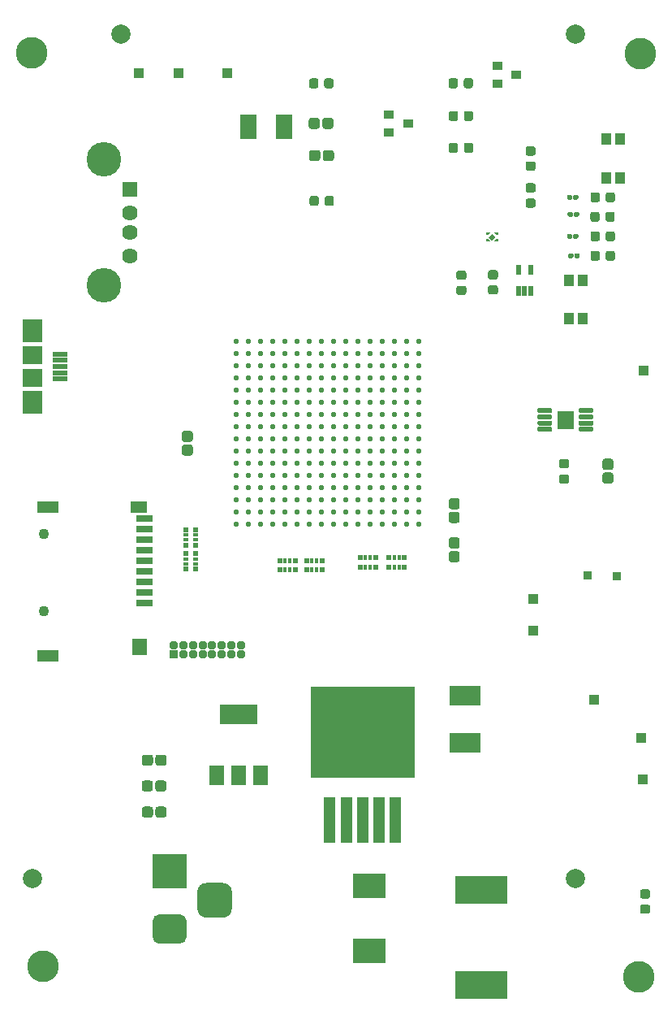
<source format=gbr>
%TF.GenerationSoftware,KiCad,Pcbnew,5.1.6-c6e7f7d~86~ubuntu18.04.1*%
%TF.CreationDate,2020-08-05T21:26:21-03:00*%
%TF.ProjectId,pcbproyecto,70636270-726f-4796-9563-746f2e6b6963,rev?*%
%TF.SameCoordinates,Original*%
%TF.FileFunction,Soldermask,Top*%
%TF.FilePolarity,Negative*%
%FSLAX46Y46*%
G04 Gerber Fmt 4.6, Leading zero omitted, Abs format (unit mm)*
G04 Created by KiCad (PCBNEW 5.1.6-c6e7f7d~86~ubuntu18.04.1) date 2020-08-05 21:26:21*
%MOMM*%
%LPD*%
G01*
G04 APERTURE LIST*
%ADD10R,1.100000X1.100000*%
%ADD11R,0.999160X1.298880*%
%ADD12C,0.100000*%
%ADD13R,0.498780X0.999160*%
%ADD14R,1.780000X1.980000*%
%ADD15O,0.950000X0.950000*%
%ADD16R,0.950000X0.950000*%
%ADD17C,2.000000*%
%ADD18C,1.098220*%
%ADD19R,1.499540X1.697660*%
%ADD20R,2.299640X1.298880*%
%ADD21R,1.697660X1.298880*%
%ADD22R,1.697660X0.798500*%
%ADD23R,0.597840X0.597840*%
%ADD24R,0.597840X0.399720*%
%ADD25R,1.500000X0.500000*%
%ADD26R,2.000000X2.400000*%
%ADD27R,2.000000X1.900000*%
%ADD28R,3.600000X3.600000*%
%ADD29R,0.399720X0.597840*%
%ADD30C,1.624000*%
%ADD31R,1.624000X1.624000*%
%ADD32C,3.600000*%
%ADD33R,10.900000X9.500000*%
%ADD34R,1.200000X4.700000*%
%ADD35R,1.600000X2.100000*%
%ADD36R,3.900000X2.100000*%
%ADD37C,0.597840*%
%ADD38R,1.000000X0.900000*%
%ADD39R,1.800000X2.500000*%
%ADD40C,3.300000*%
%ADD41R,3.400000X2.600000*%
%ADD42R,3.250000X2.060000*%
%ADD43R,5.500000X3.000000*%
G04 APERTURE END LIST*
D10*
%TO.C,TP9*%
X70250000Y-84000000D03*
%TD*%
%TO.C,TP8*%
X70250000Y-80750000D03*
%TD*%
D11*
%TO.C,RST1*%
X73926700Y-51528980D03*
X73926700Y-47531020D03*
X75425300Y-51528980D03*
X75425300Y-47531020D03*
%TD*%
%TO.C,R16*%
G36*
G01*
X77795500Y-45239250D02*
X77795500Y-44676750D01*
G75*
G02*
X78039250Y-44433000I243750J0D01*
G01*
X78526750Y-44433000D01*
G75*
G02*
X78770500Y-44676750I0J-243750D01*
G01*
X78770500Y-45239250D01*
G75*
G02*
X78526750Y-45483000I-243750J0D01*
G01*
X78039250Y-45483000D01*
G75*
G02*
X77795500Y-45239250I0J243750D01*
G01*
G37*
G36*
G01*
X76220500Y-45239250D02*
X76220500Y-44676750D01*
G75*
G02*
X76464250Y-44433000I243750J0D01*
G01*
X76951750Y-44433000D01*
G75*
G02*
X77195500Y-44676750I0J-243750D01*
G01*
X77195500Y-45239250D01*
G75*
G02*
X76951750Y-45483000I-243750J0D01*
G01*
X76464250Y-45483000D01*
G75*
G02*
X76220500Y-45239250I0J243750D01*
G01*
G37*
%TD*%
%TO.C,R15*%
G36*
G01*
X77795500Y-43207250D02*
X77795500Y-42644750D01*
G75*
G02*
X78039250Y-42401000I243750J0D01*
G01*
X78526750Y-42401000D01*
G75*
G02*
X78770500Y-42644750I0J-243750D01*
G01*
X78770500Y-43207250D01*
G75*
G02*
X78526750Y-43451000I-243750J0D01*
G01*
X78039250Y-43451000D01*
G75*
G02*
X77795500Y-43207250I0J243750D01*
G01*
G37*
G36*
G01*
X76220500Y-43207250D02*
X76220500Y-42644750D01*
G75*
G02*
X76464250Y-42401000I243750J0D01*
G01*
X76951750Y-42401000D01*
G75*
G02*
X77195500Y-42644750I0J-243750D01*
G01*
X77195500Y-43207250D01*
G75*
G02*
X76951750Y-43451000I-243750J0D01*
G01*
X76464250Y-43451000D01*
G75*
G02*
X76220500Y-43207250I0J243750D01*
G01*
G37*
%TD*%
%TO.C,R14*%
G36*
G01*
X77770000Y-41175250D02*
X77770000Y-40612750D01*
G75*
G02*
X78013750Y-40369000I243750J0D01*
G01*
X78501250Y-40369000D01*
G75*
G02*
X78745000Y-40612750I0J-243750D01*
G01*
X78745000Y-41175250D01*
G75*
G02*
X78501250Y-41419000I-243750J0D01*
G01*
X78013750Y-41419000D01*
G75*
G02*
X77770000Y-41175250I0J243750D01*
G01*
G37*
G36*
G01*
X76195000Y-41175250D02*
X76195000Y-40612750D01*
G75*
G02*
X76438750Y-40369000I243750J0D01*
G01*
X76926250Y-40369000D01*
G75*
G02*
X77170000Y-40612750I0J-243750D01*
G01*
X77170000Y-41175250D01*
G75*
G02*
X76926250Y-41419000I-243750J0D01*
G01*
X76438750Y-41419000D01*
G75*
G02*
X76195000Y-41175250I0J243750D01*
G01*
G37*
%TD*%
%TO.C,R13*%
G36*
G01*
X77795500Y-39143250D02*
X77795500Y-38580750D01*
G75*
G02*
X78039250Y-38337000I243750J0D01*
G01*
X78526750Y-38337000D01*
G75*
G02*
X78770500Y-38580750I0J-243750D01*
G01*
X78770500Y-39143250D01*
G75*
G02*
X78526750Y-39387000I-243750J0D01*
G01*
X78039250Y-39387000D01*
G75*
G02*
X77795500Y-39143250I0J243750D01*
G01*
G37*
G36*
G01*
X76220500Y-39143250D02*
X76220500Y-38580750D01*
G75*
G02*
X76464250Y-38337000I243750J0D01*
G01*
X76951750Y-38337000D01*
G75*
G02*
X77195500Y-38580750I0J-243750D01*
G01*
X77195500Y-39143250D01*
G75*
G02*
X76951750Y-39387000I-243750J0D01*
G01*
X76464250Y-39387000D01*
G75*
G02*
X76220500Y-39143250I0J243750D01*
G01*
G37*
%TD*%
%TO.C,D5*%
G36*
G01*
X74448000Y-44833000D02*
X74448000Y-45083000D01*
G75*
G02*
X74323000Y-45208000I-125000J0D01*
G01*
X74013000Y-45208000D01*
G75*
G02*
X73888000Y-45083000I0J125000D01*
G01*
X73888000Y-44833000D01*
G75*
G02*
X74013000Y-44708000I125000J0D01*
G01*
X74323000Y-44708000D01*
G75*
G02*
X74448000Y-44833000I0J-125000D01*
G01*
G37*
G36*
G01*
X75088000Y-44833000D02*
X75088000Y-45083000D01*
G75*
G02*
X74963000Y-45208000I-125000J0D01*
G01*
X74653000Y-45208000D01*
G75*
G02*
X74528000Y-45083000I0J125000D01*
G01*
X74528000Y-44833000D01*
G75*
G02*
X74653000Y-44708000I125000J0D01*
G01*
X74963000Y-44708000D01*
G75*
G02*
X75088000Y-44833000I0J-125000D01*
G01*
G37*
%TD*%
%TO.C,D4*%
G36*
G01*
X74316000Y-42801000D02*
X74316000Y-43051000D01*
G75*
G02*
X74191000Y-43176000I-125000J0D01*
G01*
X73881000Y-43176000D01*
G75*
G02*
X73756000Y-43051000I0J125000D01*
G01*
X73756000Y-42801000D01*
G75*
G02*
X73881000Y-42676000I125000J0D01*
G01*
X74191000Y-42676000D01*
G75*
G02*
X74316000Y-42801000I0J-125000D01*
G01*
G37*
G36*
G01*
X74956000Y-42801000D02*
X74956000Y-43051000D01*
G75*
G02*
X74831000Y-43176000I-125000J0D01*
G01*
X74521000Y-43176000D01*
G75*
G02*
X74396000Y-43051000I0J125000D01*
G01*
X74396000Y-42801000D01*
G75*
G02*
X74521000Y-42676000I125000J0D01*
G01*
X74831000Y-42676000D01*
G75*
G02*
X74956000Y-42801000I0J-125000D01*
G01*
G37*
%TD*%
%TO.C,D3*%
G36*
G01*
X74382000Y-40515000D02*
X74382000Y-40765000D01*
G75*
G02*
X74257000Y-40890000I-125000J0D01*
G01*
X73947000Y-40890000D01*
G75*
G02*
X73822000Y-40765000I0J125000D01*
G01*
X73822000Y-40515000D01*
G75*
G02*
X73947000Y-40390000I125000J0D01*
G01*
X74257000Y-40390000D01*
G75*
G02*
X74382000Y-40515000I0J-125000D01*
G01*
G37*
G36*
G01*
X75022000Y-40515000D02*
X75022000Y-40765000D01*
G75*
G02*
X74897000Y-40890000I-125000J0D01*
G01*
X74587000Y-40890000D01*
G75*
G02*
X74462000Y-40765000I0J125000D01*
G01*
X74462000Y-40515000D01*
G75*
G02*
X74587000Y-40390000I125000J0D01*
G01*
X74897000Y-40390000D01*
G75*
G02*
X75022000Y-40515000I0J-125000D01*
G01*
G37*
%TD*%
%TO.C,D2*%
G36*
G01*
X74316000Y-38737000D02*
X74316000Y-38987000D01*
G75*
G02*
X74191000Y-39112000I-125000J0D01*
G01*
X73881000Y-39112000D01*
G75*
G02*
X73756000Y-38987000I0J125000D01*
G01*
X73756000Y-38737000D01*
G75*
G02*
X73881000Y-38612000I125000J0D01*
G01*
X74191000Y-38612000D01*
G75*
G02*
X74316000Y-38737000I0J-125000D01*
G01*
G37*
G36*
G01*
X74956000Y-38737000D02*
X74956000Y-38987000D01*
G75*
G02*
X74831000Y-39112000I-125000J0D01*
G01*
X74521000Y-39112000D01*
G75*
G02*
X74396000Y-38987000I0J125000D01*
G01*
X74396000Y-38737000D01*
G75*
G02*
X74521000Y-38612000I125000J0D01*
G01*
X74831000Y-38612000D01*
G75*
G02*
X74956000Y-38737000I0J-125000D01*
G01*
G37*
%TD*%
D12*
%TO.C,U7*%
G36*
X65962000Y-43336411D02*
G01*
X65622589Y-42997000D01*
X65962000Y-42657589D01*
X66301411Y-42997000D01*
X65962000Y-43336411D01*
G37*
G36*
X65712000Y-43397000D02*
G01*
X65712000Y-43427000D01*
X65352000Y-43427000D01*
X65352000Y-43217000D01*
X65532000Y-43217000D01*
X65712000Y-43397000D01*
G37*
G36*
X66572000Y-43427000D02*
G01*
X66212000Y-43427000D01*
X66212000Y-43397000D01*
X66392000Y-43217000D01*
X66572000Y-43217000D01*
X66572000Y-43427000D01*
G37*
G36*
X66572000Y-42777000D02*
G01*
X66392000Y-42777000D01*
X66212000Y-42597000D01*
X66212000Y-42567000D01*
X66572000Y-42567000D01*
X66572000Y-42777000D01*
G37*
G36*
X65712000Y-42597000D02*
G01*
X65532000Y-42777000D01*
X65352000Y-42777000D01*
X65352000Y-42567000D01*
X65712000Y-42567000D01*
X65712000Y-42597000D01*
G37*
%TD*%
%TO.C,R12*%
G36*
G01*
X66321250Y-47426500D02*
X65758750Y-47426500D01*
G75*
G02*
X65515000Y-47182750I0J243750D01*
G01*
X65515000Y-46695250D01*
G75*
G02*
X65758750Y-46451500I243750J0D01*
G01*
X66321250Y-46451500D01*
G75*
G02*
X66565000Y-46695250I0J-243750D01*
G01*
X66565000Y-47182750D01*
G75*
G02*
X66321250Y-47426500I-243750J0D01*
G01*
G37*
G36*
G01*
X66321250Y-49001500D02*
X65758750Y-49001500D01*
G75*
G02*
X65515000Y-48757750I0J243750D01*
G01*
X65515000Y-48270250D01*
G75*
G02*
X65758750Y-48026500I243750J0D01*
G01*
X66321250Y-48026500D01*
G75*
G02*
X66565000Y-48270250I0J-243750D01*
G01*
X66565000Y-48757750D01*
G75*
G02*
X66321250Y-49001500I-243750J0D01*
G01*
G37*
%TD*%
%TO.C,R11*%
G36*
G01*
X63019250Y-47477500D02*
X62456750Y-47477500D01*
G75*
G02*
X62213000Y-47233750I0J243750D01*
G01*
X62213000Y-46746250D01*
G75*
G02*
X62456750Y-46502500I243750J0D01*
G01*
X63019250Y-46502500D01*
G75*
G02*
X63263000Y-46746250I0J-243750D01*
G01*
X63263000Y-47233750D01*
G75*
G02*
X63019250Y-47477500I-243750J0D01*
G01*
G37*
G36*
G01*
X63019250Y-49052500D02*
X62456750Y-49052500D01*
G75*
G02*
X62213000Y-48808750I0J243750D01*
G01*
X62213000Y-48321250D01*
G75*
G02*
X62456750Y-48077500I243750J0D01*
G01*
X63019250Y-48077500D01*
G75*
G02*
X63263000Y-48321250I0J-243750D01*
G01*
X63263000Y-48808750D01*
G75*
G02*
X63019250Y-49052500I-243750J0D01*
G01*
G37*
%TD*%
D13*
%TO.C,IC1*%
X68694300Y-46398180D03*
X69989700Y-46398180D03*
X69989700Y-48597820D03*
X69342000Y-48597820D03*
X68694300Y-48597820D03*
%TD*%
D14*
%TO.C,U6*%
X73590000Y-62060000D03*
G36*
G01*
X72215000Y-62910000D02*
X72215000Y-63160000D01*
G75*
G02*
X72090000Y-63285000I-125000J0D01*
G01*
X70790000Y-63285000D01*
G75*
G02*
X70665000Y-63160000I0J125000D01*
G01*
X70665000Y-62910000D01*
G75*
G02*
X70790000Y-62785000I125000J0D01*
G01*
X72090000Y-62785000D01*
G75*
G02*
X72215000Y-62910000I0J-125000D01*
G01*
G37*
G36*
G01*
X72215000Y-62260000D02*
X72215000Y-62510000D01*
G75*
G02*
X72090000Y-62635000I-125000J0D01*
G01*
X70790000Y-62635000D01*
G75*
G02*
X70665000Y-62510000I0J125000D01*
G01*
X70665000Y-62260000D01*
G75*
G02*
X70790000Y-62135000I125000J0D01*
G01*
X72090000Y-62135000D01*
G75*
G02*
X72215000Y-62260000I0J-125000D01*
G01*
G37*
G36*
G01*
X72215000Y-61610000D02*
X72215000Y-61860000D01*
G75*
G02*
X72090000Y-61985000I-125000J0D01*
G01*
X70790000Y-61985000D01*
G75*
G02*
X70665000Y-61860000I0J125000D01*
G01*
X70665000Y-61610000D01*
G75*
G02*
X70790000Y-61485000I125000J0D01*
G01*
X72090000Y-61485000D01*
G75*
G02*
X72215000Y-61610000I0J-125000D01*
G01*
G37*
G36*
G01*
X72215000Y-60960000D02*
X72215000Y-61210000D01*
G75*
G02*
X72090000Y-61335000I-125000J0D01*
G01*
X70790000Y-61335000D01*
G75*
G02*
X70665000Y-61210000I0J125000D01*
G01*
X70665000Y-60960000D01*
G75*
G02*
X70790000Y-60835000I125000J0D01*
G01*
X72090000Y-60835000D01*
G75*
G02*
X72215000Y-60960000I0J-125000D01*
G01*
G37*
G36*
G01*
X76515000Y-60960000D02*
X76515000Y-61210000D01*
G75*
G02*
X76390000Y-61335000I-125000J0D01*
G01*
X75090000Y-61335000D01*
G75*
G02*
X74965000Y-61210000I0J125000D01*
G01*
X74965000Y-60960000D01*
G75*
G02*
X75090000Y-60835000I125000J0D01*
G01*
X76390000Y-60835000D01*
G75*
G02*
X76515000Y-60960000I0J-125000D01*
G01*
G37*
G36*
G01*
X76515000Y-61610000D02*
X76515000Y-61860000D01*
G75*
G02*
X76390000Y-61985000I-125000J0D01*
G01*
X75090000Y-61985000D01*
G75*
G02*
X74965000Y-61860000I0J125000D01*
G01*
X74965000Y-61610000D01*
G75*
G02*
X75090000Y-61485000I125000J0D01*
G01*
X76390000Y-61485000D01*
G75*
G02*
X76515000Y-61610000I0J-125000D01*
G01*
G37*
G36*
G01*
X76515000Y-62260000D02*
X76515000Y-62510000D01*
G75*
G02*
X76390000Y-62635000I-125000J0D01*
G01*
X75090000Y-62635000D01*
G75*
G02*
X74965000Y-62510000I0J125000D01*
G01*
X74965000Y-62260000D01*
G75*
G02*
X75090000Y-62135000I125000J0D01*
G01*
X76390000Y-62135000D01*
G75*
G02*
X76515000Y-62260000I0J-125000D01*
G01*
G37*
G36*
G01*
X76515000Y-62910000D02*
X76515000Y-63160000D01*
G75*
G02*
X76390000Y-63285000I-125000J0D01*
G01*
X75090000Y-63285000D01*
G75*
G02*
X74965000Y-63160000I0J125000D01*
G01*
X74965000Y-62910000D01*
G75*
G02*
X75090000Y-62785000I125000J0D01*
G01*
X76390000Y-62785000D01*
G75*
G02*
X76515000Y-62910000I0J-125000D01*
G01*
G37*
%TD*%
D10*
%TO.C,TP7*%
X81720000Y-56900000D03*
%TD*%
%TO.C,TP6*%
X29080000Y-25908000D03*
%TD*%
%TO.C,TP5*%
X33274000Y-25908000D03*
%TD*%
%TO.C,TP4*%
X81700000Y-99500000D03*
%TD*%
%TO.C,TP3*%
X81500000Y-95200000D03*
%TD*%
%TO.C,TP2*%
X76600000Y-91250000D03*
%TD*%
%TO.C,TP1*%
X38354000Y-25908000D03*
%TD*%
D15*
%TO.C,J2*%
X39750000Y-85500000D03*
X39750000Y-86500000D03*
X38750000Y-85500000D03*
X38750000Y-86500000D03*
X37750000Y-85500000D03*
X37750000Y-86500000D03*
X36750000Y-85500000D03*
X36750000Y-86500000D03*
X35750000Y-85500000D03*
X35750000Y-86500000D03*
X34750000Y-85500000D03*
X34750000Y-86500000D03*
X33750000Y-85500000D03*
X33750000Y-86500000D03*
X32750000Y-85500000D03*
D16*
X32750000Y-86500000D03*
%TD*%
%TO.C,R10*%
G36*
G01*
X73178750Y-67720000D02*
X73741250Y-67720000D01*
G75*
G02*
X73985000Y-67963750I0J-243750D01*
G01*
X73985000Y-68451250D01*
G75*
G02*
X73741250Y-68695000I-243750J0D01*
G01*
X73178750Y-68695000D01*
G75*
G02*
X72935000Y-68451250I0J243750D01*
G01*
X72935000Y-67963750D01*
G75*
G02*
X73178750Y-67720000I243750J0D01*
G01*
G37*
G36*
G01*
X73178750Y-66145000D02*
X73741250Y-66145000D01*
G75*
G02*
X73985000Y-66388750I0J-243750D01*
G01*
X73985000Y-66876250D01*
G75*
G02*
X73741250Y-67120000I-243750J0D01*
G01*
X73178750Y-67120000D01*
G75*
G02*
X72935000Y-66876250I0J243750D01*
G01*
X72935000Y-66388750D01*
G75*
G02*
X73178750Y-66145000I243750J0D01*
G01*
G37*
%TD*%
%TO.C,J6*%
X79000000Y-78325000D03*
%TD*%
%TO.C,J4*%
X75950000Y-78245000D03*
%TD*%
D17*
%TO.C,FID4*%
X17960000Y-109820000D03*
%TD*%
%TO.C,FID3*%
X74620000Y-21850000D03*
%TD*%
%TO.C,FID2*%
X74620000Y-109820000D03*
%TD*%
%TO.C,FID1*%
X27220000Y-21850000D03*
%TD*%
%TO.C,C10*%
G36*
G01*
X77728809Y-67525000D02*
X78331191Y-67525000D01*
G75*
G02*
X78605000Y-67798809I0J-273809D01*
G01*
X78605000Y-68426191D01*
G75*
G02*
X78331191Y-68700000I-273809J0D01*
G01*
X77728809Y-68700000D01*
G75*
G02*
X77455000Y-68426191I0J273809D01*
G01*
X77455000Y-67798809D01*
G75*
G02*
X77728809Y-67525000I273809J0D01*
G01*
G37*
G36*
G01*
X77728809Y-66100000D02*
X78331191Y-66100000D01*
G75*
G02*
X78605000Y-66373809I0J-273809D01*
G01*
X78605000Y-67001191D01*
G75*
G02*
X78331191Y-67275000I-273809J0D01*
G01*
X77728809Y-67275000D01*
G75*
G02*
X77455000Y-67001191I0J273809D01*
G01*
X77455000Y-66373809D01*
G75*
G02*
X77728809Y-66100000I273809J0D01*
G01*
G37*
%TD*%
D18*
%TO.C,U5*%
X19168571Y-81945780D03*
X19168571Y-73949860D03*
D19*
X29168551Y-85745620D03*
D20*
X19567351Y-86647320D03*
X19567351Y-71148240D03*
D21*
X29066951Y-71138080D03*
D22*
X29666391Y-72298860D03*
X29666391Y-73398680D03*
X29666391Y-74498500D03*
X29666391Y-75598320D03*
X29666391Y-76698140D03*
X29666391Y-77797960D03*
X29666391Y-78897780D03*
X29666391Y-79997600D03*
X29666391Y-81097420D03*
%TD*%
D23*
%TO.C,RN2*%
X34000000Y-75100200D03*
D24*
X34000000Y-74549020D03*
X34000000Y-74051180D03*
D23*
X34000000Y-73500000D03*
X34995680Y-73500000D03*
D24*
X34995680Y-74051180D03*
X34995680Y-74549020D03*
D23*
X34995680Y-75100200D03*
%TD*%
%TO.C,RN1*%
X34000000Y-77600200D03*
D24*
X34000000Y-77049020D03*
X34000000Y-76551180D03*
D23*
X34000000Y-76000000D03*
X34995680Y-76000000D03*
D24*
X34995680Y-76551180D03*
X34995680Y-77049020D03*
D23*
X34995680Y-77600200D03*
%TD*%
%TO.C,C9*%
G36*
G01*
X61698809Y-75715000D02*
X62301191Y-75715000D01*
G75*
G02*
X62575000Y-75988809I0J-273809D01*
G01*
X62575000Y-76616191D01*
G75*
G02*
X62301191Y-76890000I-273809J0D01*
G01*
X61698809Y-76890000D01*
G75*
G02*
X61425000Y-76616191I0J273809D01*
G01*
X61425000Y-75988809D01*
G75*
G02*
X61698809Y-75715000I273809J0D01*
G01*
G37*
G36*
G01*
X61698809Y-74290000D02*
X62301191Y-74290000D01*
G75*
G02*
X62575000Y-74563809I0J-273809D01*
G01*
X62575000Y-75191191D01*
G75*
G02*
X62301191Y-75465000I-273809J0D01*
G01*
X61698809Y-75465000D01*
G75*
G02*
X61425000Y-75191191I0J273809D01*
G01*
X61425000Y-74563809D01*
G75*
G02*
X61698809Y-74290000I273809J0D01*
G01*
G37*
%TD*%
%TO.C,C8*%
G36*
G01*
X61698809Y-71625000D02*
X62301191Y-71625000D01*
G75*
G02*
X62575000Y-71898809I0J-273809D01*
G01*
X62575000Y-72526191D01*
G75*
G02*
X62301191Y-72800000I-273809J0D01*
G01*
X61698809Y-72800000D01*
G75*
G02*
X61425000Y-72526191I0J273809D01*
G01*
X61425000Y-71898809D01*
G75*
G02*
X61698809Y-71625000I273809J0D01*
G01*
G37*
G36*
G01*
X61698809Y-70200000D02*
X62301191Y-70200000D01*
G75*
G02*
X62575000Y-70473809I0J-273809D01*
G01*
X62575000Y-71101191D01*
G75*
G02*
X62301191Y-71375000I-273809J0D01*
G01*
X61698809Y-71375000D01*
G75*
G02*
X61425000Y-71101191I0J273809D01*
G01*
X61425000Y-70473809D01*
G75*
G02*
X61698809Y-70200000I273809J0D01*
G01*
G37*
%TD*%
D25*
%TO.C,J5*%
X20850000Y-55200000D03*
X20850000Y-55850000D03*
X20850000Y-56500000D03*
X20850000Y-57150000D03*
X20850000Y-57800000D03*
D26*
X18000000Y-52750000D03*
X18000000Y-60250000D03*
D27*
X18000000Y-55350000D03*
X18000000Y-57650000D03*
%TD*%
%TO.C,C5*%
G36*
G01*
X30825000Y-103213691D02*
X30825000Y-102611309D01*
G75*
G02*
X31098809Y-102337500I273809J0D01*
G01*
X31726191Y-102337500D01*
G75*
G02*
X32000000Y-102611309I0J-273809D01*
G01*
X32000000Y-103213691D01*
G75*
G02*
X31726191Y-103487500I-273809J0D01*
G01*
X31098809Y-103487500D01*
G75*
G02*
X30825000Y-103213691I0J273809D01*
G01*
G37*
G36*
G01*
X29400000Y-103213691D02*
X29400000Y-102611309D01*
G75*
G02*
X29673809Y-102337500I273809J0D01*
G01*
X30301191Y-102337500D01*
G75*
G02*
X30575000Y-102611309I0J-273809D01*
G01*
X30575000Y-103213691D01*
G75*
G02*
X30301191Y-103487500I-273809J0D01*
G01*
X29673809Y-103487500D01*
G75*
G02*
X29400000Y-103213691I0J273809D01*
G01*
G37*
%TD*%
%TO.C,C6*%
G36*
G01*
X30812500Y-100501191D02*
X30812500Y-99898809D01*
G75*
G02*
X31086309Y-99625000I273809J0D01*
G01*
X31713691Y-99625000D01*
G75*
G02*
X31987500Y-99898809I0J-273809D01*
G01*
X31987500Y-100501191D01*
G75*
G02*
X31713691Y-100775000I-273809J0D01*
G01*
X31086309Y-100775000D01*
G75*
G02*
X30812500Y-100501191I0J273809D01*
G01*
G37*
G36*
G01*
X29387500Y-100501191D02*
X29387500Y-99898809D01*
G75*
G02*
X29661309Y-99625000I273809J0D01*
G01*
X30288691Y-99625000D01*
G75*
G02*
X30562500Y-99898809I0J-273809D01*
G01*
X30562500Y-100501191D01*
G75*
G02*
X30288691Y-100775000I-273809J0D01*
G01*
X29661309Y-100775000D01*
G75*
G02*
X29387500Y-100501191I0J273809D01*
G01*
G37*
%TD*%
%TO.C,C7*%
G36*
G01*
X30825000Y-97801191D02*
X30825000Y-97198809D01*
G75*
G02*
X31098809Y-96925000I273809J0D01*
G01*
X31726191Y-96925000D01*
G75*
G02*
X32000000Y-97198809I0J-273809D01*
G01*
X32000000Y-97801191D01*
G75*
G02*
X31726191Y-98075000I-273809J0D01*
G01*
X31098809Y-98075000D01*
G75*
G02*
X30825000Y-97801191I0J273809D01*
G01*
G37*
G36*
G01*
X29400000Y-97801191D02*
X29400000Y-97198809D01*
G75*
G02*
X29673809Y-96925000I273809J0D01*
G01*
X30301191Y-96925000D01*
G75*
G02*
X30575000Y-97198809I0J-273809D01*
G01*
X30575000Y-97801191D01*
G75*
G02*
X30301191Y-98075000I-273809J0D01*
G01*
X29673809Y-98075000D01*
G75*
G02*
X29400000Y-97801191I0J273809D01*
G01*
G37*
%TD*%
%TO.C,J1*%
G36*
G01*
X37900000Y-113900000D02*
X36100000Y-113900000D01*
G75*
G02*
X35200000Y-113000000I0J900000D01*
G01*
X35200000Y-111200000D01*
G75*
G02*
X36100000Y-110300000I900000J0D01*
G01*
X37900000Y-110300000D01*
G75*
G02*
X38800000Y-111200000I0J-900000D01*
G01*
X38800000Y-113000000D01*
G75*
G02*
X37900000Y-113900000I-900000J0D01*
G01*
G37*
G36*
G01*
X33325000Y-116650000D02*
X31275000Y-116650000D01*
G75*
G02*
X30500000Y-115875000I0J775000D01*
G01*
X30500000Y-114325000D01*
G75*
G02*
X31275000Y-113550000I775000J0D01*
G01*
X33325000Y-113550000D01*
G75*
G02*
X34100000Y-114325000I0J-775000D01*
G01*
X34100000Y-115875000D01*
G75*
G02*
X33325000Y-116650000I-775000J0D01*
G01*
G37*
D28*
X32300000Y-109100000D03*
%TD*%
D23*
%TO.C,R9*%
X43799800Y-76700000D03*
D29*
X44350980Y-76700000D03*
X44848820Y-76700000D03*
D23*
X45400000Y-76700000D03*
X45400000Y-77695680D03*
D29*
X44848820Y-77695680D03*
X44350980Y-77695680D03*
D23*
X43799800Y-77695680D03*
%TD*%
%TO.C,R8*%
X46599900Y-76700000D03*
D29*
X47151080Y-76700000D03*
X47648920Y-76700000D03*
D23*
X48200100Y-76700000D03*
X48200100Y-77695680D03*
D29*
X47648920Y-77695680D03*
X47151080Y-77695680D03*
D23*
X46599900Y-77695680D03*
%TD*%
%TO.C,R7*%
X52199800Y-76404320D03*
D29*
X52750980Y-76404320D03*
X53248820Y-76404320D03*
D23*
X53800000Y-76404320D03*
X53800000Y-77400000D03*
D29*
X53248820Y-77400000D03*
X52750980Y-77400000D03*
D23*
X52199800Y-77400000D03*
%TD*%
%TO.C,R6*%
X55199800Y-76400000D03*
D29*
X55750980Y-76400000D03*
X56248820Y-76400000D03*
D23*
X56800000Y-76400000D03*
X56800000Y-77395680D03*
D29*
X56248820Y-77395680D03*
X55750980Y-77395680D03*
D23*
X55199800Y-77395680D03*
%TD*%
%TO.C,R5*%
G36*
G01*
X47876000Y-38954750D02*
X47876000Y-39517250D01*
G75*
G02*
X47632250Y-39761000I-243750J0D01*
G01*
X47144750Y-39761000D01*
G75*
G02*
X46901000Y-39517250I0J243750D01*
G01*
X46901000Y-38954750D01*
G75*
G02*
X47144750Y-38711000I243750J0D01*
G01*
X47632250Y-38711000D01*
G75*
G02*
X47876000Y-38954750I0J-243750D01*
G01*
G37*
G36*
G01*
X49451000Y-38954750D02*
X49451000Y-39517250D01*
G75*
G02*
X49207250Y-39761000I-243750J0D01*
G01*
X48719750Y-39761000D01*
G75*
G02*
X48476000Y-39517250I0J243750D01*
G01*
X48476000Y-38954750D01*
G75*
G02*
X48719750Y-38711000I243750J0D01*
G01*
X49207250Y-38711000D01*
G75*
G02*
X49451000Y-38954750I0J-243750D01*
G01*
G37*
%TD*%
%TO.C,C4*%
G36*
G01*
X34451191Y-64362500D02*
X33848809Y-64362500D01*
G75*
G02*
X33575000Y-64088691I0J273809D01*
G01*
X33575000Y-63461309D01*
G75*
G02*
X33848809Y-63187500I273809J0D01*
G01*
X34451191Y-63187500D01*
G75*
G02*
X34725000Y-63461309I0J-273809D01*
G01*
X34725000Y-64088691D01*
G75*
G02*
X34451191Y-64362500I-273809J0D01*
G01*
G37*
G36*
G01*
X34451191Y-65787500D02*
X33848809Y-65787500D01*
G75*
G02*
X33575000Y-65513691I0J273809D01*
G01*
X33575000Y-64886309D01*
G75*
G02*
X33848809Y-64612500I273809J0D01*
G01*
X34451191Y-64612500D01*
G75*
G02*
X34725000Y-64886309I0J-273809D01*
G01*
X34725000Y-65513691D01*
G75*
G02*
X34451191Y-65787500I-273809J0D01*
G01*
G37*
%TD*%
D30*
%TO.C,J3*%
X28200000Y-45000000D03*
X28200000Y-42500000D03*
X28200000Y-40500000D03*
D31*
X28200000Y-38000000D03*
D32*
X25490000Y-34930000D03*
X25490000Y-48070000D03*
%TD*%
D33*
%TO.C,U4*%
X52425000Y-94575000D03*
D34*
X55825000Y-103725000D03*
X54125000Y-103725000D03*
X52425000Y-103725000D03*
X50725000Y-103725000D03*
X49025000Y-103725000D03*
%TD*%
D35*
%TO.C,U3*%
X37200000Y-99050000D03*
X41800000Y-99050000D03*
X39500000Y-99050000D03*
D36*
X39500000Y-92750000D03*
%TD*%
D37*
%TO.C,U2*%
X58322460Y-53877540D03*
X58322460Y-55147540D03*
X58322460Y-56417540D03*
X58322460Y-57687540D03*
X58322460Y-58957540D03*
X58322460Y-60227540D03*
X58322460Y-61497540D03*
X58322460Y-62767540D03*
X58322460Y-64035000D03*
X58322460Y-65305000D03*
X58322460Y-66575000D03*
X58322460Y-67845000D03*
X58322460Y-69115000D03*
X58322460Y-70385000D03*
X58322460Y-71655000D03*
X58322460Y-72925000D03*
X57052460Y-53877540D03*
X57052460Y-55147540D03*
X57052460Y-56417540D03*
X57052460Y-57687540D03*
X57052460Y-58957540D03*
X57052460Y-60227540D03*
X57052460Y-61497540D03*
X57052460Y-62767540D03*
X57052460Y-64035000D03*
X57052460Y-65305000D03*
X57052460Y-66575000D03*
X57052460Y-67845000D03*
X57052460Y-69115000D03*
X57052460Y-70385000D03*
X57052460Y-71655000D03*
X57052460Y-72925000D03*
X55782460Y-53877540D03*
X55782460Y-55147540D03*
X55782460Y-56417540D03*
X55782460Y-57687540D03*
X55782460Y-58957540D03*
X55782460Y-60227540D03*
X55782460Y-61497540D03*
X55782460Y-62767540D03*
X55782460Y-64035000D03*
X55782460Y-65305000D03*
X55782460Y-66575000D03*
X55782460Y-67845000D03*
X55782460Y-69115000D03*
X55782460Y-70385000D03*
X55782460Y-71655000D03*
X55782460Y-72925000D03*
X54512460Y-53877540D03*
X54512460Y-55147540D03*
X54512460Y-56417540D03*
X54512460Y-57687540D03*
X54512460Y-58957540D03*
X54512460Y-60227540D03*
X54512460Y-61497540D03*
X54512460Y-62767540D03*
X54512460Y-64035000D03*
X54512460Y-65305000D03*
X54512460Y-66575000D03*
X54512460Y-67845000D03*
X54512460Y-69115000D03*
X54512460Y-70385000D03*
X54512460Y-71655000D03*
X54512460Y-72925000D03*
X53242460Y-53877540D03*
X53242460Y-55147540D03*
X53242460Y-56417540D03*
X53242460Y-57687540D03*
X53242460Y-58957540D03*
X53242460Y-60227540D03*
X53242460Y-61497540D03*
X53242460Y-62767540D03*
X53242460Y-64035000D03*
X53242460Y-65305000D03*
X53242460Y-66575000D03*
X53242460Y-67845000D03*
X53242460Y-69115000D03*
X53242460Y-70385000D03*
X53242460Y-71655000D03*
X53242460Y-72925000D03*
X51972460Y-53877540D03*
X51972460Y-55147540D03*
X51972460Y-56417540D03*
X51972460Y-57687540D03*
X51972460Y-58957540D03*
X51972460Y-60227540D03*
X51972460Y-61497540D03*
X51972460Y-62767540D03*
X51972460Y-64035000D03*
X51972460Y-65305000D03*
X51972460Y-66575000D03*
X51972460Y-67845000D03*
X51972460Y-69115000D03*
X51972460Y-70385000D03*
X51972460Y-71655000D03*
X51972460Y-72925000D03*
X50702460Y-53877540D03*
X50702460Y-55147540D03*
X50702460Y-56417540D03*
X50702460Y-57687540D03*
X50702460Y-58957540D03*
X50702460Y-60227540D03*
X50702460Y-61497540D03*
X50702460Y-62767540D03*
X50702460Y-64035000D03*
X50702460Y-65305000D03*
X50702460Y-66575000D03*
X50702460Y-67845000D03*
X50702460Y-69115000D03*
X50702460Y-70385000D03*
X50702460Y-71655000D03*
X50702460Y-72925000D03*
X49432460Y-53877540D03*
X49432460Y-55147540D03*
X49432460Y-56417540D03*
X49432460Y-57687540D03*
X49432460Y-58957540D03*
X49432460Y-60227540D03*
X49432460Y-61497540D03*
X49432460Y-62767540D03*
X49432460Y-64035000D03*
X49432460Y-65305000D03*
X49432460Y-66575000D03*
X49432460Y-67845000D03*
X49432460Y-69115000D03*
X49432460Y-70385000D03*
X49432460Y-71655000D03*
X49432460Y-72925000D03*
X48165000Y-53877540D03*
X48165000Y-55147540D03*
X48165000Y-56417540D03*
X48165000Y-57687540D03*
X48165000Y-58957540D03*
X48165000Y-60227540D03*
X48165000Y-61497540D03*
X48165000Y-62767540D03*
X48165000Y-64035000D03*
X48165000Y-65305000D03*
X48165000Y-66575000D03*
X48165000Y-67845000D03*
X48165000Y-69115000D03*
X48165000Y-70385000D03*
X48165000Y-71655000D03*
X48165000Y-72925000D03*
X46895000Y-53877540D03*
X46895000Y-55147540D03*
X46895000Y-56417540D03*
X46895000Y-57687540D03*
X46895000Y-58957540D03*
X46895000Y-60227540D03*
X46895000Y-61497540D03*
X46895000Y-62767540D03*
X46895000Y-64035000D03*
X46895000Y-65305000D03*
X46895000Y-66575000D03*
X46895000Y-67845000D03*
X46895000Y-69115000D03*
X46895000Y-70385000D03*
X46895000Y-71655000D03*
X46895000Y-72925000D03*
X45625000Y-53877540D03*
X45625000Y-55147540D03*
X45625000Y-56417540D03*
X45625000Y-57687540D03*
X45625000Y-58957540D03*
X45625000Y-60227540D03*
X45625000Y-61497540D03*
X45625000Y-62767540D03*
X45625000Y-64035000D03*
X45625000Y-65305000D03*
X45625000Y-66575000D03*
X45625000Y-67845000D03*
X45625000Y-69115000D03*
X45625000Y-70385000D03*
X45625000Y-71655000D03*
X45625000Y-72925000D03*
X44355000Y-53877540D03*
X44355000Y-55147540D03*
X44355000Y-56417540D03*
X44355000Y-57687540D03*
X44355000Y-58957540D03*
X44355000Y-60227540D03*
X44355000Y-61497540D03*
X44355000Y-62767540D03*
X44355000Y-64035000D03*
X44355000Y-65305000D03*
X44355000Y-66575000D03*
X44355000Y-67845000D03*
X44355000Y-69115000D03*
X44355000Y-70385000D03*
X44355000Y-71655000D03*
X44355000Y-72925000D03*
X43085000Y-53877540D03*
X43085000Y-55147540D03*
X43085000Y-56417540D03*
X43085000Y-57687540D03*
X43085000Y-58957540D03*
X43085000Y-60227540D03*
X43085000Y-61497540D03*
X43085000Y-62767540D03*
X43085000Y-64035000D03*
X43085000Y-65305000D03*
X43085000Y-66575000D03*
X43085000Y-67845000D03*
X43085000Y-69115000D03*
X43085000Y-70385000D03*
X43085000Y-71655000D03*
X43085000Y-72925000D03*
X41815000Y-53877540D03*
X41815000Y-55147540D03*
X41815000Y-56417540D03*
X41815000Y-57687540D03*
X41815000Y-58957540D03*
X41815000Y-60227540D03*
X41815000Y-61497540D03*
X41815000Y-62767540D03*
X41815000Y-64035000D03*
X41815000Y-65305000D03*
X41815000Y-66575000D03*
X41815000Y-67845000D03*
X41815000Y-69115000D03*
X41815000Y-70385000D03*
X41815000Y-71655000D03*
X41815000Y-72925000D03*
X40545000Y-53877540D03*
X40545000Y-55147540D03*
X40545000Y-56417540D03*
X40545000Y-57687540D03*
X40545000Y-58957540D03*
X40545000Y-60227540D03*
X40545000Y-61497540D03*
X40545000Y-62767540D03*
X40545000Y-64035000D03*
X40545000Y-65305000D03*
X40545000Y-66575000D03*
X40545000Y-67845000D03*
X40545000Y-69115000D03*
X40545000Y-70385000D03*
X40545000Y-71655000D03*
X40545000Y-72925000D03*
X39275000Y-53877540D03*
X39275000Y-55147540D03*
X39275000Y-56417540D03*
X39275000Y-57687540D03*
X39275000Y-58957540D03*
X39275000Y-60227540D03*
X39275000Y-61497540D03*
X39275000Y-62767540D03*
X39275000Y-64035000D03*
X39275000Y-65305000D03*
X39275000Y-66575000D03*
X39275000Y-67845000D03*
X39275000Y-69115000D03*
X39275000Y-70385000D03*
X39275000Y-71655000D03*
X39275000Y-72925000D03*
%TD*%
D38*
%TO.C,U1*%
X57200000Y-31200000D03*
X55200000Y-32150000D03*
X55200000Y-30250000D03*
%TD*%
%TO.C,R23*%
G36*
G01*
X47831500Y-26718750D02*
X47831500Y-27281250D01*
G75*
G02*
X47587750Y-27525000I-243750J0D01*
G01*
X47100250Y-27525000D01*
G75*
G02*
X46856500Y-27281250I0J243750D01*
G01*
X46856500Y-26718750D01*
G75*
G02*
X47100250Y-26475000I243750J0D01*
G01*
X47587750Y-26475000D01*
G75*
G02*
X47831500Y-26718750I0J-243750D01*
G01*
G37*
G36*
G01*
X49406500Y-26718750D02*
X49406500Y-27281250D01*
G75*
G02*
X49162750Y-27525000I-243750J0D01*
G01*
X48675250Y-27525000D01*
G75*
G02*
X48431500Y-27281250I0J243750D01*
G01*
X48431500Y-26718750D01*
G75*
G02*
X48675250Y-26475000I243750J0D01*
G01*
X49162750Y-26475000D01*
G75*
G02*
X49406500Y-26718750I0J-243750D01*
G01*
G37*
%TD*%
D39*
%TO.C,Q2*%
X44205000Y-31530000D03*
X40505000Y-31530000D03*
%TD*%
%TO.C,C3*%
G36*
G01*
X47984000Y-30858809D02*
X47984000Y-31461191D01*
G75*
G02*
X47710191Y-31735000I-273809J0D01*
G01*
X47082809Y-31735000D01*
G75*
G02*
X46809000Y-31461191I0J273809D01*
G01*
X46809000Y-30858809D01*
G75*
G02*
X47082809Y-30585000I273809J0D01*
G01*
X47710191Y-30585000D01*
G75*
G02*
X47984000Y-30858809I0J-273809D01*
G01*
G37*
G36*
G01*
X49409000Y-30858809D02*
X49409000Y-31461191D01*
G75*
G02*
X49135191Y-31735000I-273809J0D01*
G01*
X48507809Y-31735000D01*
G75*
G02*
X48234000Y-31461191I0J273809D01*
G01*
X48234000Y-30858809D01*
G75*
G02*
X48507809Y-30585000I273809J0D01*
G01*
X49135191Y-30585000D01*
G75*
G02*
X49409000Y-30858809I0J-273809D01*
G01*
G37*
%TD*%
%TO.C,C2*%
G36*
G01*
X48029000Y-34216809D02*
X48029000Y-34819191D01*
G75*
G02*
X47755191Y-35093000I-273809J0D01*
G01*
X47127809Y-35093000D01*
G75*
G02*
X46854000Y-34819191I0J273809D01*
G01*
X46854000Y-34216809D01*
G75*
G02*
X47127809Y-33943000I273809J0D01*
G01*
X47755191Y-33943000D01*
G75*
G02*
X48029000Y-34216809I0J-273809D01*
G01*
G37*
G36*
G01*
X49454000Y-34216809D02*
X49454000Y-34819191D01*
G75*
G02*
X49180191Y-35093000I-273809J0D01*
G01*
X48552809Y-35093000D01*
G75*
G02*
X48279000Y-34819191I0J273809D01*
G01*
X48279000Y-34216809D01*
G75*
G02*
X48552809Y-33943000I273809J0D01*
G01*
X49180191Y-33943000D01*
G75*
G02*
X49454000Y-34216809I0J-273809D01*
G01*
G37*
%TD*%
%TO.C,R3*%
G36*
G01*
X63000000Y-30681250D02*
X63000000Y-30118750D01*
G75*
G02*
X63243750Y-29875000I243750J0D01*
G01*
X63731250Y-29875000D01*
G75*
G02*
X63975000Y-30118750I0J-243750D01*
G01*
X63975000Y-30681250D01*
G75*
G02*
X63731250Y-30925000I-243750J0D01*
G01*
X63243750Y-30925000D01*
G75*
G02*
X63000000Y-30681250I0J243750D01*
G01*
G37*
G36*
G01*
X61425000Y-30681250D02*
X61425000Y-30118750D01*
G75*
G02*
X61668750Y-29875000I243750J0D01*
G01*
X62156250Y-29875000D01*
G75*
G02*
X62400000Y-30118750I0J-243750D01*
G01*
X62400000Y-30681250D01*
G75*
G02*
X62156250Y-30925000I-243750J0D01*
G01*
X61668750Y-30925000D01*
G75*
G02*
X61425000Y-30681250I0J243750D01*
G01*
G37*
%TD*%
%TO.C,R4*%
G36*
G01*
X62980000Y-27261250D02*
X62980000Y-26698750D01*
G75*
G02*
X63223750Y-26455000I243750J0D01*
G01*
X63711250Y-26455000D01*
G75*
G02*
X63955000Y-26698750I0J-243750D01*
G01*
X63955000Y-27261250D01*
G75*
G02*
X63711250Y-27505000I-243750J0D01*
G01*
X63223750Y-27505000D01*
G75*
G02*
X62980000Y-27261250I0J243750D01*
G01*
G37*
G36*
G01*
X61405000Y-27261250D02*
X61405000Y-26698750D01*
G75*
G02*
X61648750Y-26455000I243750J0D01*
G01*
X62136250Y-26455000D01*
G75*
G02*
X62380000Y-26698750I0J-243750D01*
G01*
X62380000Y-27261250D01*
G75*
G02*
X62136250Y-27505000I-243750J0D01*
G01*
X61648750Y-27505000D01*
G75*
G02*
X61405000Y-27261250I0J243750D01*
G01*
G37*
%TD*%
%TO.C,R2*%
G36*
G01*
X62400000Y-33431250D02*
X62400000Y-33993750D01*
G75*
G02*
X62156250Y-34237500I-243750J0D01*
G01*
X61668750Y-34237500D01*
G75*
G02*
X61425000Y-33993750I0J243750D01*
G01*
X61425000Y-33431250D01*
G75*
G02*
X61668750Y-33187500I243750J0D01*
G01*
X62156250Y-33187500D01*
G75*
G02*
X62400000Y-33431250I0J-243750D01*
G01*
G37*
G36*
G01*
X63975000Y-33431250D02*
X63975000Y-33993750D01*
G75*
G02*
X63731250Y-34237500I-243750J0D01*
G01*
X63243750Y-34237500D01*
G75*
G02*
X63000000Y-33993750I0J243750D01*
G01*
X63000000Y-33431250D01*
G75*
G02*
X63243750Y-33187500I243750J0D01*
G01*
X63731250Y-33187500D01*
G75*
G02*
X63975000Y-33431250I0J-243750D01*
G01*
G37*
%TD*%
D38*
%TO.C,Q1*%
X68500000Y-26100000D03*
X66500000Y-27050000D03*
X66500000Y-25150000D03*
%TD*%
%TO.C,R1*%
G36*
G01*
X82196250Y-111942500D02*
X81633750Y-111942500D01*
G75*
G02*
X81390000Y-111698750I0J243750D01*
G01*
X81390000Y-111211250D01*
G75*
G02*
X81633750Y-110967500I243750J0D01*
G01*
X82196250Y-110967500D01*
G75*
G02*
X82440000Y-111211250I0J-243750D01*
G01*
X82440000Y-111698750D01*
G75*
G02*
X82196250Y-111942500I-243750J0D01*
G01*
G37*
G36*
G01*
X82196250Y-113517500D02*
X81633750Y-113517500D01*
G75*
G02*
X81390000Y-113273750I0J243750D01*
G01*
X81390000Y-112786250D01*
G75*
G02*
X81633750Y-112542500I243750J0D01*
G01*
X82196250Y-112542500D01*
G75*
G02*
X82440000Y-112786250I0J-243750D01*
G01*
X82440000Y-113273750D01*
G75*
G02*
X82196250Y-113517500I-243750J0D01*
G01*
G37*
%TD*%
D40*
%TO.C,H4*%
X81432400Y-23876000D03*
%TD*%
%TO.C,H3*%
X17932400Y-23774400D03*
%TD*%
%TO.C,H2*%
X19100800Y-118973600D03*
%TD*%
%TO.C,H1*%
X81280000Y-120040400D03*
%TD*%
%TO.C,R22*%
G36*
G01*
X70244650Y-34525700D02*
X69682150Y-34525700D01*
G75*
G02*
X69438400Y-34281950I0J243750D01*
G01*
X69438400Y-33794450D01*
G75*
G02*
X69682150Y-33550700I243750J0D01*
G01*
X70244650Y-33550700D01*
G75*
G02*
X70488400Y-33794450I0J-243750D01*
G01*
X70488400Y-34281950D01*
G75*
G02*
X70244650Y-34525700I-243750J0D01*
G01*
G37*
G36*
G01*
X70244650Y-36100700D02*
X69682150Y-36100700D01*
G75*
G02*
X69438400Y-35856950I0J243750D01*
G01*
X69438400Y-35369450D01*
G75*
G02*
X69682150Y-35125700I243750J0D01*
G01*
X70244650Y-35125700D01*
G75*
G02*
X70488400Y-35369450I0J-243750D01*
G01*
X70488400Y-35856950D01*
G75*
G02*
X70244650Y-36100700I-243750J0D01*
G01*
G37*
%TD*%
%TO.C,LED1*%
G36*
G01*
X69693750Y-38975000D02*
X70256250Y-38975000D01*
G75*
G02*
X70500000Y-39218750I0J-243750D01*
G01*
X70500000Y-39706250D01*
G75*
G02*
X70256250Y-39950000I-243750J0D01*
G01*
X69693750Y-39950000D01*
G75*
G02*
X69450000Y-39706250I0J243750D01*
G01*
X69450000Y-39218750D01*
G75*
G02*
X69693750Y-38975000I243750J0D01*
G01*
G37*
G36*
G01*
X69693750Y-37400000D02*
X70256250Y-37400000D01*
G75*
G02*
X70500000Y-37643750I0J-243750D01*
G01*
X70500000Y-38131250D01*
G75*
G02*
X70256250Y-38375000I-243750J0D01*
G01*
X69693750Y-38375000D01*
G75*
G02*
X69450000Y-38131250I0J243750D01*
G01*
X69450000Y-37643750D01*
G75*
G02*
X69693750Y-37400000I243750J0D01*
G01*
G37*
%TD*%
D11*
%TO.C,PWR1*%
X79323280Y-32826720D03*
X79323280Y-36824680D03*
X77824680Y-32826720D03*
X77824680Y-36824680D03*
%TD*%
D41*
%TO.C,D1*%
X53100000Y-117400000D03*
X53100000Y-110600000D03*
%TD*%
D42*
%TO.C,F1*%
X63100000Y-90800000D03*
X63100000Y-95710000D03*
%TD*%
D43*
%TO.C,L1*%
X64800000Y-111050000D03*
X64800000Y-120950000D03*
%TD*%
M02*

</source>
